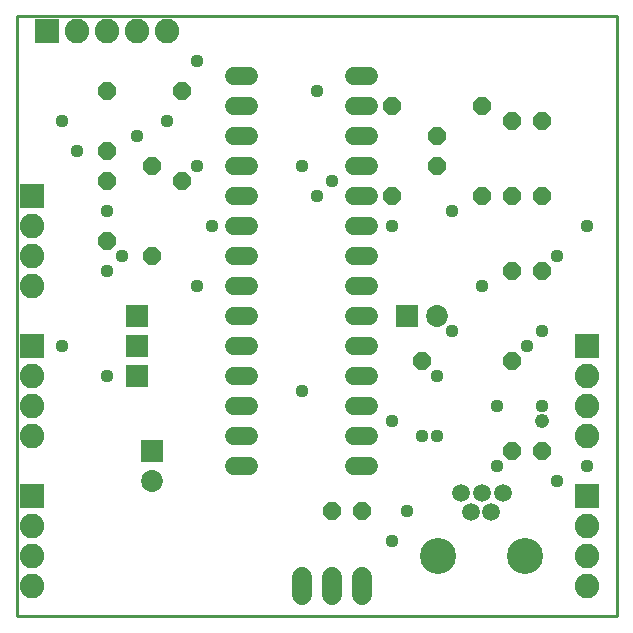
<source format=gts>
G75*
G70*
%OFA0B0*%
%FSLAX24Y24*%
%IPPOS*%
%LPD*%
%AMOC8*
5,1,8,0,0,1.08239X$1,22.5*
%
%ADD10C,0.0100*%
%ADD11C,0.0600*%
%ADD12OC8,0.0600*%
%ADD13R,0.0730X0.0730*%
%ADD14R,0.0730X0.0730*%
%ADD15C,0.0730*%
%ADD16C,0.0680*%
%ADD17C,0.0595*%
%ADD18C,0.1202*%
%ADD19R,0.0820X0.0820*%
%ADD20C,0.0820*%
%ADD21C,0.0437*%
%ADD22C,0.0476*%
D10*
X000151Y000151D02*
X000151Y020151D01*
X020151Y020151D01*
X020151Y000151D01*
X000151Y000151D01*
D11*
X007391Y005151D02*
X007911Y005151D01*
X007911Y006151D02*
X007391Y006151D01*
X007391Y007151D02*
X007911Y007151D01*
X007911Y008151D02*
X007391Y008151D01*
X007391Y009151D02*
X007911Y009151D01*
X007911Y010151D02*
X007391Y010151D01*
X007391Y011151D02*
X007911Y011151D01*
X007911Y012151D02*
X007391Y012151D01*
X007391Y013151D02*
X007911Y013151D01*
X007911Y014151D02*
X007391Y014151D01*
X007391Y015151D02*
X007911Y015151D01*
X007911Y016151D02*
X007391Y016151D01*
X007391Y017151D02*
X007911Y017151D01*
X007911Y018151D02*
X007391Y018151D01*
X011391Y018151D02*
X011911Y018151D01*
X011911Y017151D02*
X011391Y017151D01*
X011391Y016151D02*
X011911Y016151D01*
X011911Y015151D02*
X011391Y015151D01*
X011391Y014151D02*
X011911Y014151D01*
X011911Y013151D02*
X011391Y013151D01*
X011391Y012151D02*
X011911Y012151D01*
X011911Y011151D02*
X011391Y011151D01*
X011391Y010151D02*
X011911Y010151D01*
X011911Y009151D02*
X011391Y009151D01*
X011391Y008151D02*
X011911Y008151D01*
X011911Y007151D02*
X011391Y007151D01*
X011391Y006151D02*
X011911Y006151D01*
X011911Y005151D02*
X011391Y005151D01*
D12*
X011651Y003651D03*
X010651Y003651D03*
X013651Y008651D03*
X016651Y008651D03*
X016651Y005651D03*
X017651Y005651D03*
X017651Y011651D03*
X016651Y011651D03*
X016651Y014151D03*
X015651Y014151D03*
X014151Y015151D03*
X014151Y016151D03*
X012651Y017151D03*
X012651Y014151D03*
X015651Y017151D03*
X016651Y016651D03*
X017651Y016651D03*
X017651Y014151D03*
X005651Y014651D03*
X004651Y015151D03*
X003151Y014651D03*
X003151Y015651D03*
X003151Y017651D03*
X005651Y017651D03*
X003151Y012651D03*
X004651Y012151D03*
D13*
X004151Y010151D03*
X004151Y009151D03*
X004151Y008151D03*
D14*
X004651Y005651D03*
X013151Y010151D03*
D15*
X014151Y010151D03*
X004651Y004651D03*
D16*
X009651Y001451D02*
X009651Y000851D01*
X010651Y000851D02*
X010651Y001451D01*
X011651Y001451D02*
X011651Y000851D01*
D17*
X014981Y004251D03*
X015291Y003631D03*
X015981Y003631D03*
X015651Y004251D03*
X016351Y004251D03*
D18*
X017088Y002151D03*
X014214Y002151D03*
D19*
X019151Y004151D03*
X019151Y009151D03*
X001151Y019651D03*
X000651Y014151D03*
X000651Y009151D03*
X000651Y004151D03*
D20*
X000651Y003151D03*
X000651Y002151D03*
X000651Y001151D03*
X000651Y006151D03*
X000651Y007151D03*
X000651Y008151D03*
X000651Y011151D03*
X000651Y012151D03*
X000651Y013151D03*
X002151Y019651D03*
X003151Y019651D03*
X004151Y019651D03*
X005151Y019651D03*
X019151Y008151D03*
X019151Y007151D03*
X019151Y006151D03*
X019151Y003151D03*
X019151Y002151D03*
X019151Y001151D03*
D21*
X018151Y004651D03*
X019151Y005151D03*
X017651Y007151D03*
X016151Y007151D03*
X016151Y005151D03*
X014151Y006151D03*
X013651Y006151D03*
X012651Y006651D03*
X014151Y008151D03*
X014651Y009651D03*
X015651Y011151D03*
X017151Y009151D03*
X017651Y009651D03*
X018151Y012151D03*
X019151Y013151D03*
X014651Y013651D03*
X012651Y013151D03*
X010651Y014651D03*
X010151Y014151D03*
X009651Y015151D03*
X010151Y017651D03*
X006151Y018651D03*
X005151Y016651D03*
X004151Y016151D03*
X002151Y015651D03*
X001651Y016651D03*
X003151Y013651D03*
X003651Y012151D03*
X003151Y011651D03*
X001651Y009151D03*
X003151Y008151D03*
X006151Y011151D03*
X006651Y013151D03*
X006151Y015151D03*
X009651Y007651D03*
X013151Y003651D03*
X012651Y002651D03*
D22*
X017651Y006651D03*
M02*

</source>
